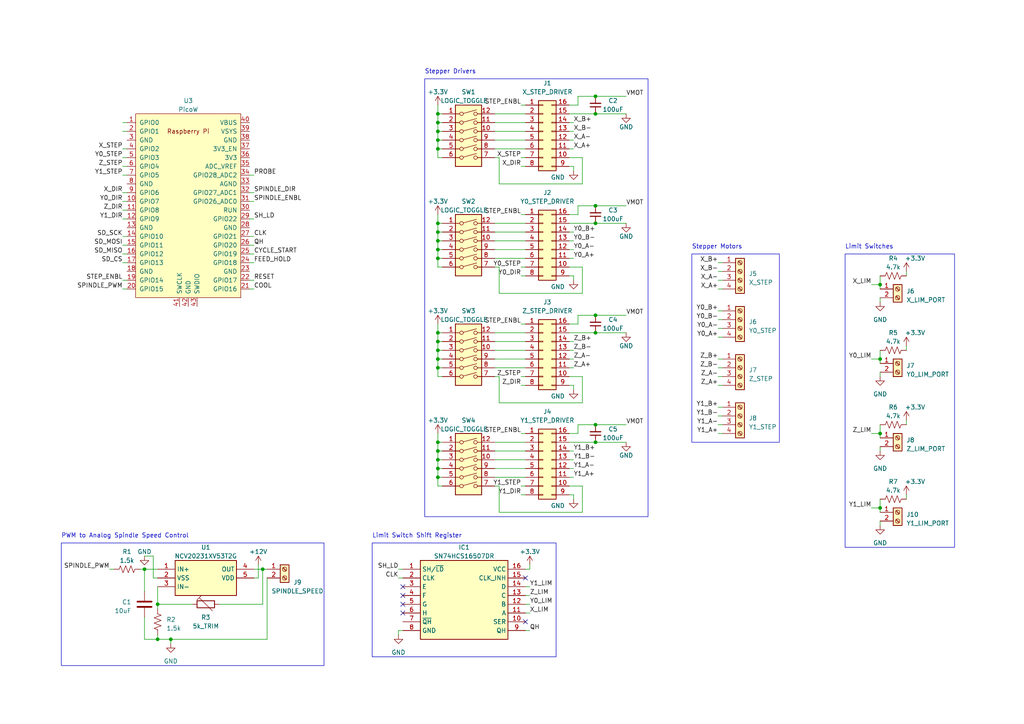
<source format=kicad_sch>
(kicad_sch (version 20230121) (generator eeschema)
  (paper "A4")
  (lib_symbols
    (symbol "+3.3V_1" (power) (pin_names (offset 0))
      (property "Value" "+3.3V_1" (at 0 3.556 0))
      (symbol "+3.3V_1_0_1"
        (polyline (pts (xy -0.762 1.27) (xy 0 2.54)))
        (polyline (pts (xy 0 0) (xy 0 2.54)))
        (polyline (pts (xy 0 2.54) (xy 0.762 1.27)))
      )
      (symbol "+3.3V_1_1_1"
        (pin power_in line (at 0 0 90) (length 0) hide (name "+3.3V") (number "1"))
      )
    )
    (symbol "Connector:Screw_Terminal_01x02" (pin_names (offset 1.016) hide)
      (property "Reference" "J" (at 0 2.54 0))
      (property "Value" "Screw_Terminal_01x02" (at 0 -5.08 0))
      (symbol "Screw_Terminal_01x02_1_1"
        (rectangle (start -1.27 1.27) (end 1.27 -3.81) (stroke (width 0.254)) (fill (type background)))
        (circle (center 0 -2.54) (radius 0.635) (stroke (width 0.1524)))
        (polyline (pts (xy -0.5334 -2.2098) (xy 0.3302 -3.048)) (stroke (width 0.1524)))
        (polyline (pts (xy -0.5334 0.3302) (xy 0.3302 -0.508)) (stroke (width 0.1524)))
        (polyline (pts (xy -0.3556 -2.032) (xy 0.508 -2.8702)) (stroke (width 0.1524)))
        (polyline (pts (xy -0.3556 0.508) (xy 0.508 -0.3302)) (stroke (width 0.1524)))
        (circle (center 0 0) (radius 0.635) (stroke (width 0.1524)))
        (pin passive line (at -5.08 0 0) (length 3.81) (name "Pin_1") (number "1"))
        (pin passive line (at -5.08 -2.54 0) (length 3.81) (name "Pin_2") (number "2"))
      )
    )
    (symbol "Connector:Screw_Terminal_01x04" (pin_names (offset 1.016) hide)
      (property "Reference" "J" (at 0 5.08 0))
      (property "Value" "Screw_Terminal_01x04" (at 0 -7.62 0))
      (symbol "Screw_Terminal_01x04_1_1"
        (rectangle (start -1.27 3.81) (end 1.27 -6.35) (stroke (width 0.254)) (fill (type background)))
        (circle (center 0 -5.08) (radius 0.635) (stroke (width 0.1524)))
        (circle (center 0 -2.54) (radius 0.635) (stroke (width 0.1524)))
        (polyline (pts (xy -0.5334 -4.7498) (xy 0.3302 -5.588)) (stroke (width 0.1524)))
        (polyline (pts (xy -0.5334 -2.2098) (xy 0.3302 -3.048)) (stroke (width 0.1524)))
        (polyline (pts (xy -0.5334 0.3302) (xy 0.3302 -0.508)) (stroke (width 0.1524)))
        (polyline (pts (xy -0.5334 2.8702) (xy 0.3302 2.032)) (stroke (width 0.1524)))
        (polyline (pts (xy -0.3556 -4.572) (xy 0.508 -5.4102)) (stroke (width 0.1524)))
        (polyline (pts (xy -0.3556 -2.032) (xy 0.508 -2.8702)) (stroke (width 0.1524)))
        (polyline (pts (xy -0.3556 0.508) (xy 0.508 -0.3302)) (stroke (width 0.1524)))
        (polyline (pts (xy -0.3556 3.048) (xy 0.508 2.2098)) (stroke (width 0.1524)))
        (circle (center 0 0) (radius 0.635) (stroke (width 0.1524)))
        (circle (center 0 2.54) (radius 0.635) (stroke (width 0.1524)))
        (pin passive line (at -5.08 2.54 0) (length 3.81) (name "Pin_1") (number "1"))
        (pin passive line (at -5.08 0 0) (length 3.81) (name "Pin_2") (number "2"))
        (pin passive line (at -5.08 -2.54 0) (length 3.81) (name "Pin_3") (number "3"))
        (pin passive line (at -5.08 -5.08 0) (length 3.81) (name "Pin_4") (number "4"))
      )
    )
    (symbol "Connector_Generic:Conn_02x08_Counter_Clockwise" (pin_names (offset 1.016) hide)
      (property "Reference" "J" (at 1.27 10.16 0))
      (property "Value" "Conn_02x08_Counter_Clockwise" (at 1.27 -12.7 0))
      (symbol "Conn_02x08_Counter_Clockwise_1_1"
        (rectangle (start -1.27 -10.033) (end 0 -10.287) (stroke (width 0.1524)))
        (rectangle (start -1.27 -7.493) (end 0 -7.747) (stroke (width 0.1524)))
        (rectangle (start -1.27 -4.953) (end 0 -5.207) (stroke (width 0.1524)))
        (rectangle (start -1.27 -2.413) (end 0 -2.667) (stroke (width 0.1524)))
        (rectangle (start -1.27 0.127) (end 0 -0.127) (stroke (width 0.1524)))
        (rectangle (start -1.27 2.667) (end 0 2.413) (stroke (width 0.1524)))
        (rectangle (start -1.27 5.207) (end 0 4.953) (stroke (width 0.1524)))
        (rectangle (start -1.27 7.747) (end 0 7.493) (stroke (width 0.1524)))
        (rectangle (start -1.27 8.89) (end 3.81 -11.43) (stroke (width 0.254)) (fill (type background)))
        (rectangle (start 3.81 -10.033) (end 2.54 -10.287) (stroke (width 0.1524)))
        (rectangle (start 3.81 -7.493) (end 2.54 -7.747) (stroke (width 0.1524)))
        (rectangle (start 3.81 -4.953) (end 2.54 -5.207) (stroke (width 0.1524)))
        (rectangle (start 3.81 -2.413) (end 2.54 -2.667) (stroke (width 0.1524)))
        (rectangle (start 3.81 0.127) (end 2.54 -0.127) (stroke (width 0.1524)))
        (rectangle (start 3.81 2.667) (end 2.54 2.413) (stroke (width 0.1524)))
        (rectangle (start 3.81 5.207) (end 2.54 4.953) (stroke (width 0.1524)))
        (rectangle (start 3.81 7.747) (end 2.54 7.493) (stroke (width 0.1524)))
        (pin passive line (at -5.08 7.62 0) (length 3.81) (name "Pin_1") (number "1"))
        (pin passive line (at 7.62 -7.62 180) (length 3.81) (name "Pin_10") (number "10"))
        (pin passive line (at 7.62 -5.08 180) (length 3.81) (name "Pin_11") (number "11"))
        (pin passive line (at 7.62 -2.54 180) (length 3.81) (name "Pin_12") (number "12"))
        (pin passive line (at 7.62 0 180) (length 3.81) (name "Pin_13") (number "13"))
        (pin passive line (at 7.62 2.54 180) (length 3.81) (name "Pin_14") (number "14"))
        (pin passive line (at 7.62 5.08 180) (length 3.81) (name "Pin_15") (number "15"))
        (pin passive line (at 7.62 7.62 180) (length 3.81) (name "Pin_16") (number "16"))
        (pin passive line (at -5.08 5.08 0) (length 3.81) (name "Pin_2") (number "2"))
        (pin passive line (at -5.08 2.54 0) (length 3.81) (name "Pin_3") (number "3"))
        (pin passive line (at -5.08 0 0) (length 3.81) (name "Pin_4") (number "4"))
        (pin passive line (at -5.08 -2.54 0) (length 3.81) (name "Pin_5") (number "5"))
        (pin passive line (at -5.08 -5.08 0) (length 3.81) (name "Pin_6") (number "6"))
        (pin passive line (at -5.08 -7.62 0) (length 3.81) (name "Pin_7") (number "7"))
        (pin passive line (at -5.08 -10.16 0) (length 3.81) (name "Pin_8") (number "8"))
        (pin passive line (at 7.62 -10.16 180) (length 3.81) (name "Pin_9") (number "9"))
      )
    )
    (symbol "Device:C" (pin_numbers hide) (pin_names (offset 0.254))
      (property "Reference" "C" (at 0.635 2.54 0))
      (property "Value" "C" (at 0.635 -2.54 0))
      (symbol "C_0_1"
        (polyline (pts (xy -2.032 -0.762) (xy 2.032 -0.762)) (stroke (width 0.508)))
        (polyline (pts (xy -2.032 0.762) (xy 2.032 0.762)) (stroke (width 0.508)))
      )
      (symbol "C_1_1"
        (pin passive line (at 0 3.81 270) (length 2.794) (name "~") (number "1"))
        (pin passive line (at 0 -3.81 90) (length 2.794) (name "~") (number "2"))
      )
    )
    (symbol "Device:C_Small" (pin_numbers hide) (pin_names (offset 0.254) hide)
      (property "Reference" "C" (at 0.254 1.778 0))
      (property "Value" "C_Small" (at 0.254 -2.032 0))
      (symbol "C_Small_0_1"
        (polyline (pts (xy -1.524 -0.508) (xy 1.524 -0.508)) (stroke (width 0.3302)))
        (polyline (pts (xy -1.524 0.508) (xy 1.524 0.508)) (stroke (width 0.3048)))
      )
      (symbol "C_Small_1_1"
        (pin passive line (at 0 2.54 270) (length 2.032) (name "~") (number "1"))
        (pin passive line (at 0 -2.54 90) (length 2.032) (name "~") (number "2"))
      )
    )
    (symbol "Device:R_Trim" (pin_numbers hide) (pin_names (offset 0))
      (property "Reference" "R" (at 2.54 -2.54 90))
      (property "Value" "R_Trim" (at -2.54 -0.635 90))
      (symbol "R_Trim_0_1"
        (rectangle (start -1.016 -2.54) (end 1.016 2.54) (stroke (width 0.254)))
        (polyline (pts (xy -1.905 -1.905) (xy 1.905 1.905) (xy 2.54 1.27) (xy 1.27 2.54)))
      )
      (symbol "R_Trim_1_1"
        (pin passive line (at 0 3.81 270) (length 1.27) (name "~") (number "1"))
        (pin passive line (at 0 -3.81 90) (length 1.27) (name "~") (number "2"))
      )
    )
    (symbol "Device:R_US" (pin_numbers hide) (pin_names (offset 0))
      (property "Reference" "R" (at 2.54 0 90))
      (property "Value" "R_US" (at -2.54 0 90))
      (symbol "R_US_0_1"
        (polyline (pts (xy 0 -2.286) (xy 0 -2.54)))
        (polyline (pts (xy 0 2.286) (xy 0 2.54)))
        (polyline (pts (xy 0 -0.762) (xy 1.016 -1.143) (xy 0 -1.524) (xy -1.016 -1.905) (xy 0 -2.286)))
        (polyline (pts (xy 0 0.762) (xy 1.016 0.381) (xy 0 0) (xy -1.016 -0.381) (xy 0 -0.762)))
        (polyline (pts (xy 0 2.286) (xy 1.016 1.905) (xy 0 1.524) (xy -1.016 1.143) (xy 0 0.762)))
      )
      (symbol "R_US_1_1"
        (pin passive line (at 0 3.81 270) (length 1.27) (name "~") (number "1"))
        (pin passive line (at 0 -3.81 90) (length 1.27) (name "~") (number "2"))
      )
    )
    (symbol "GND_1" (power) (pin_names (offset 0))
      (property "Value" "GND_1" (at 0 -3.81 0))
      (symbol "GND_1_0_1"
        (polyline (pts (xy 0 0) (xy 0 -1.27) (xy 1.27 -1.27) (xy 0 -2.54) (xy -1.27 -1.27) (xy 0 -1.27)))
      )
      (symbol "GND_1_1_1"
        (pin power_in line (at 0 0 270) (length 0) hide (name "GND") (number "1"))
      )
    )
    (symbol "GND_2" (power) (pin_names (offset 0))
      (property "Value" "GND_2" (at 0 -3.81 0))
      (symbol "GND_2_0_1"
        (polyline (pts (xy 0 0) (xy 0 -1.27) (xy 1.27 -1.27) (xy 0 -2.54) (xy -1.27 -1.27) (xy 0 -1.27)))
      )
      (symbol "GND_2_1_1"
        (pin power_in line (at 0 0 270) (length 0) hide (name "GND") (number "1"))
      )
    )
    (symbol "GND_3" (power) (pin_names (offset 0))
      (property "Value" "GND_3" (at 0 -3.81 0))
      (symbol "GND_3_0_1"
        (polyline (pts (xy 0 0) (xy 0 -1.27) (xy 1.27 -1.27) (xy 0 -2.54) (xy -1.27 -1.27) (xy 0 -1.27)))
      )
      (symbol "GND_3_1_1"
        (pin power_in line (at 0 0 270) (length 0) hide (name "GND") (number "1"))
      )
    )
    (symbol "GND_4" (power) (pin_names (offset 0))
      (property "Value" "GND_4" (at 0 -3.81 0))
      (symbol "GND_4_0_1"
        (polyline (pts (xy 0 0) (xy 0 -1.27) (xy 1.27 -1.27) (xy 0 -2.54) (xy -1.27 -1.27) (xy 0 -1.27)))
      )
      (symbol "GND_4_1_1"
        (pin power_in line (at 0 0 270) (length 0) hide (name "GND") (number "1"))
      )
    )
    (symbol "RPi_Pico:PicoW" (pin_names (offset 1.016))
      (property "Reference" "U" (at -13.97 27.94 0))
      (property "Value" "PicoW" (at 0 19.05 0))
      (symbol "PicoW_0_0"
        (text "Raspberry Pi" (at 0 21.59 0) (effects (font (size 1.27 1.27))))
      )
      (symbol "PicoW_0_1"
        (rectangle (start -15.24 26.67) (end 15.24 -26.67) (fill (type background)))
      )
      (symbol "PicoW_1_1"
        (pin bidirectional line (at -17.78 24.13 0) (length 2.54) (name "GPIO0") (number "1"))
        (pin bidirectional line (at -17.78 1.27 0) (length 2.54) (name "GPIO7") (number "10"))
        (pin bidirectional line (at -17.78 -1.27 0) (length 2.54) (name "GPIO8") (number "11"))
        (pin bidirectional line (at -17.78 -3.81 0) (length 2.54) (name "GPIO9") (number "12"))
        (pin power_in line (at -17.78 -6.35 0) (length 2.54) (name "GND") (number "13"))
        (pin bidirectional line (at -17.78 -8.89 0) (length 2.54) (name "GPIO10") (number "14"))
        (pin bidirectional line (at -17.78 -11.43 0) (length 2.54) (name "GPIO11") (number "15"))
        (pin bidirectional line (at -17.78 -13.97 0) (length 2.54) (name "GPIO12") (number "16"))
        (pin bidirectional line (at -17.78 -16.51 0) (length 2.54) (name "GPIO13") (number "17"))
        (pin power_in line (at -17.78 -19.05 0) (length 2.54) (name "GND") (number "18"))
        (pin bidirectional line (at -17.78 -21.59 0) (length 2.54) (name "GPIO14") (number "19"))
        (pin bidirectional line (at -17.78 21.59 0) (length 2.54) (name "GPIO1") (number "2"))
        (pin bidirectional line (at -17.78 -24.13 0) (length 2.54) (name "GPIO15") (number "20"))
        (pin bidirectional line (at 17.78 -24.13 180) (length 2.54) (name "GPIO16") (number "21"))
        (pin bidirectional line (at 17.78 -21.59 180) (length 2.54) (name "GPIO17") (number "22"))
        (pin power_in line (at 17.78 -19.05 180) (length 2.54) (name "GND") (number "23"))
        (pin bidirectional line (at 17.78 -16.51 180) (length 2.54) (name "GPIO18") (number "24"))
        (pin bidirectional line (at 17.78 -13.97 180) (length 2.54) (name "GPIO19") (number "25"))
        (pin bidirectional line (at 17.78 -11.43 180) (length 2.54) (name "GPIO20") (number "26"))
        (pin bidirectional line (at 17.78 -8.89 180) (length 2.54) (name "GPIO21") (number "27"))
        (pin power_in line (at 17.78 -6.35 180) (length 2.54) (name "GND") (number "28"))
        (pin bidirectional line (at 17.78 -3.81 180) (length 2.54) (name "GPIO22") (number "29"))
        (pin power_in line (at -17.78 19.05 0) (length 2.54) (name "GND") (number "3"))
        (pin input line (at 17.78 -1.27 180) (length 2.54) (name "RUN") (number "30"))
        (pin bidirectional line (at 17.78 1.27 180) (length 2.54) (name "GPIO26_ADC0") (number "31"))
        (pin bidirectional line (at 17.78 3.81 180) (length 2.54) (name "GPIO27_ADC1") (number "32"))
        (pin power_in line (at 17.78 6.35 180) (length 2.54) (name "AGND") (number "33"))
        (pin bidirectional line (at 17.78 8.89 180) (length 2.54) (name "GPIO28_ADC2") (number "34"))
        (pin unspecified line (at 17.78 11.43 180) (length 2.54) (name "ADC_VREF") (number "35"))
        (pin unspecified line (at 17.78 13.97 180) (length 2.54) (name "3V3") (number "36"))
        (pin input line (at 17.78 16.51 180) (length 2.54) (name "3V3_EN") (number "37"))
        (pin bidirectional line (at 17.78 19.05 180) (length 2.54) (name "GND") (number "38"))
        (pin unspecified line (at 17.78 21.59 180) (length 2.54) (name "VSYS") (number "39"))
        (pin bidirectional line (at -17.78 16.51 0) (length 2.54) (name "GPIO2") (number "4"))
        (pin unspecified line (at 17.78 24.13 180) (length 2.54) (name "VBUS") (number "40"))
        (pin input line (at -2.54 -29.21 90) (length 2.54) (name "SWCLK") (number "41"))
        (pin power_in line (at 0 -29.21 90) (length 2.54) (name "GND") (number "42"))
        (pin bidirectional line (at 2.54 -29.21 90) (length 2.54) (name "SWDIO") (number "43"))
        (pin bidirectional line (at -17.78 13.97 0) (length 2.54) (name "GPIO3") (number "5"))
        (pin bidirectional line (at -17.78 11.43 0) (length 2.54) (name "GPIO4") (number "6"))
        (pin bidirectional line (at -17.78 8.89 0) (length 2.54) (name "GPIO5") (number "7"))
        (pin power_in line (at -17.78 6.35 0) (length 2.54) (name "GND") (number "8"))
        (pin bidirectional line (at -17.78 3.81 0) (length 2.54) (name "GPIO6") (number "9"))
      )
    )
    (symbol "SamacSys_Parts:NCV20231XV53T2G"
      (property "Reference" "U1" (at 13.97 6.35 0))
      (property "Value" "NCV20231XV53T2G" (at 13.97 3.81 0))
      (symbol "NCV20231XV53T2G_1_1"
        (rectangle (start 5.08 2.54) (end 22.86 -7.62) (stroke (width 0.254)) (fill (type background)))
        (pin passive line (at 0 0 0) (length 5.08) (name "IN+") (number "1"))
        (pin passive line (at 0 -2.54 0) (length 5.08) (name "VSS") (number "2"))
        (pin passive line (at 0 -5.08 0) (length 5.08) (name "IN-") (number "3"))
        (pin passive line (at 27.94 0 180) (length 5.08) (name "OUT") (number "4"))
        (pin passive line (at 27.94 -2.54 180) (length 5.08) (name "VDD") (number "5"))
      )
    )
    (symbol "SamacSys_Parts:SN74HCS16507DR"
      (property "Reference" "IC" (at 31.75 7.62 0))
      (property "Value" "SN74HCS16507DR" (at 31.75 5.08 0))
      (symbol "SN74HCS16507DR_1_1"
        (rectangle (start 5.08 2.54) (end 30.48 -20.32) (stroke (width 0.254)) (fill (type background)))
        (pin passive line (at 0 0 0) (length 5.08) (name "SH/~{LD}") (number "1"))
        (pin passive line (at 35.56 -15.24 180) (length 5.08) (name "SER") (number "10"))
        (pin passive line (at 35.56 -12.7 180) (length 5.08) (name "A") (number "11"))
        (pin passive line (at 35.56 -10.16 180) (length 5.08) (name "B") (number "12"))
        (pin passive line (at 35.56 -7.62 180) (length 5.08) (name "C") (number "13"))
        (pin passive line (at 35.56 -5.08 180) (length 5.08) (name "D") (number "14"))
        (pin passive line (at 35.56 -2.54 180) (length 5.08) (name "CLK_INH") (number "15"))
        (pin passive line (at 35.56 0 180) (length 5.08) (name "VCC") (number "16"))
        (pin passive line (at 0 -2.54 0) (length 5.08) (name "CLK") (number "2"))
        (pin passive line (at 0 -5.08 0) (length 5.08) (name "E") (number "3"))
        (pin passive line (at 0 -7.62 0) (length 5.08) (name "F") (number "4"))
        (pin passive line (at 0 -10.16 0) (length 5.08) (name "G") (number "5"))
        (pin passive line (at 0 -12.7 0) (length 5.08) (name "H") (number "6"))
        (pin passive line (at 0 -15.24 0) (length 5.08) (name "~{QH}") (number "7"))
        (pin passive line (at 0 -17.78 0) (length 5.08) (name "GND") (number "8"))
        (pin passive line (at 35.56 -17.78 180) (length 5.08) (name "QH") (number "9"))
      )
    )
    (symbol "Switch:SW_DIP_x06" (pin_names (offset 0) hide)
      (property "Reference" "SW" (at 0 11.43 0))
      (property "Value" "SW_DIP_x06" (at 0 -8.89 0))
      (symbol "SW_DIP_x06_0_0"
        (circle (center -2.032 -5.08) (radius 0.508))
        (circle (center -2.032 -2.54) (radius 0.508))
        (circle (center -2.032 0) (radius 0.508))
        (circle (center -2.032 2.54) (radius 0.508))
        (circle (center -2.032 5.08) (radius 0.508))
        (circle (center -2.032 7.62) (radius 0.508))
        (polyline (pts (xy -1.524 -4.9276) (xy 2.3622 -3.8862)))
        (polyline (pts (xy -1.524 -2.3876) (xy 2.3622 -1.3462)))
        (polyline (pts (xy -1.524 0.127) (xy 2.3622 1.1684)))
        (polyline (pts (xy -1.524 2.667) (xy 2.3622 3.7084)))
        (polyline (pts (xy -1.524 5.207) (xy 2.3622 6.2484)))
        (polyline (pts (xy -1.524 7.747) (xy 2.3622 8.7884)))
        (circle (center 2.032 -5.08) (radius 0.508))
        (circle (center 2.032 -2.54) (radius 0.508))
        (circle (center 2.032 0) (radius 0.508))
        (circle (center 2.032 2.54) (radius 0.508))
        (circle (center 2.032 5.08) (radius 0.508))
        (circle (center 2.032 7.62) (radius 0.508))
      )
      (symbol "SW_DIP_x06_0_1"
        (rectangle (start -3.81 10.16) (end 3.81 -7.62) (stroke (width 0.254)) (fill (type background)))
      )
      (symbol "SW_DIP_x06_1_1"
        (pin passive line (at -7.62 7.62 0) (length 5.08) (name "~") (number "1"))
        (pin passive line (at 7.62 2.54 180) (length 5.08) (name "~") (number "10"))
        (pin passive line (at 7.62 5.08 180) (length 5.08) (name "~") (number "11"))
        (pin passive line (at 7.62 7.62 180) (length 5.08) (name "~") (number "12"))
        (pin passive line (at -7.62 5.08 0) (length 5.08) (name "~") (number "2"))
        (pin passive line (at -7.62 2.54 0) (length 5.08) (name "~") (number "3"))
        (pin passive line (at -7.62 0 0) (length 5.08) (name "~") (number "4"))
        (pin passive line (at -7.62 -2.54 0) (length 5.08) (name "~") (number "5"))
        (pin passive line (at -7.62 -5.08 0) (length 5.08) (name "~") (number "6"))
        (pin passive line (at 7.62 -5.08 180) (length 5.08) (name "~") (number "7"))
        (pin passive line (at 7.62 -2.54 180) (length 5.08) (name "~") (number "8"))
        (pin passive line (at 7.62 0 180) (length 5.08) (name "~") (number "9"))
      )
    )
    (symbol "power:+12V" (power) (pin_names (offset 0))
      (property "Value" "+12V" (at 0 3.556 0))
      (symbol "+12V_0_1"
        (polyline (pts (xy -0.762 1.27) (xy 0 2.54)))
        (polyline (pts (xy 0 0) (xy 0 2.54)))
        (polyline (pts (xy 0 2.54) (xy 0.762 1.27)))
      )
      (symbol "+12V_1_1"
        (pin power_in line (at 0 0 90) (length 0) hide (name "+12V") (number "1"))
      )
    )
    (symbol "power:+3.3V" (power) (pin_names (offset 0))
      (property "Value" "+3.3V" (at 0 3.556 0))
      (symbol "+3.3V_0_1"
        (polyline (pts (xy -0.762 1.27) (xy 0 2.54)))
        (polyline (pts (xy 0 0) (xy 0 2.54)))
        (polyline (pts (xy 0 2.54) (xy 0.762 1.27)))
      )
      (symbol "+3.3V_1_1"
        (pin power_in line (at 0 0 90) (length 0) hide (name "+3.3V") (number "1"))
      )
    )
    (symbol "power:GND" (power) (pin_names (offset 0))
      (property "Value" "GND" (at 0 -3.81 0))
      (symbol "GND_0_1"
        (polyline (pts (xy 0 0) (xy 0 -1.27) (xy 1.27 -1.27) (xy 0 -2.54) (xy -1.27 -1.27) (xy 0 -1.27)))
      )
      (symbol "GND_1_1"
        (pin power_in line (at 0 0 270) (length 0) hide (name "GND") (number "1"))
      )
    )
  )
  (junction (at 127 72.39))
  (junction (at 127 106.68))
  (junction (at 255.27 147.32))
  (junction (at 127 99.06))
  (junction (at 172.72 33.02))
  (junction (at 255.27 125.73))
  (junction (at 127 35.56))
  (junction (at 172.72 59.69))
  (junction (at 127 138.43))
  (junction (at 76.2 165.1))
  (junction (at 255.27 104.14))
  (junction (at 127 101.6))
  (junction (at 127 133.35))
  (junction (at 45.72 175.26))
  (junction (at 127 74.93))
  (junction (at 172.72 96.52))
  (junction (at 172.72 64.77))
  (junction (at 172.72 128.27))
  (junction (at 45.72 185.42))
  (junction (at 127 38.1))
  (junction (at 172.72 27.94))
  (junction (at 49.53 185.42))
  (junction (at 41.91 165.1))
  (junction (at 127 64.77))
  (junction (at 127 33.02))
  (junction (at 127 67.31))
  (junction (at 172.72 123.19))
  (junction (at 127 130.81))
  (junction (at 127 128.27))
  (junction (at 127 135.89))
  (junction (at 172.72 91.44))
  (junction (at 127 104.14))
  (junction (at 255.27 82.55))
  (junction (at 127 96.52))
  (junction (at 127 69.85))
  (junction (at 127 40.64))
  (junction (at 127 43.18))
  (no_connect (at 116.84 177.8))
  (no_connect (at 116.84 172.72))
  (no_connect (at 152.4 180.34))
  (no_connect (at 116.84 175.26))
  (no_connect (at 152.4 167.64))
  (no_connect (at 116.84 170.18))
  (wire (pts (xy 262.89 121.92) (xy 262.89 123.19)))
  (wire (pts (xy 167.64 30.48) (xy 165.1 30.48)))
  (wire (pts (xy 143.51 138.43) (xy 152.4 138.43)))
  (wire (pts (xy 167.64 27.94) (xy 167.64 30.48)))
  (wire (pts (xy 63.5 175.26) (xy 76.2 175.26)))
  (wire (pts (xy 208.28 118.11) (xy 209.55 118.11)))
  (wire (pts (xy 127 133.35) (xy 127 135.89)))
  (wire (pts (xy 144.78 109.22) (xy 144.78 116.84)))
  (wire (pts (xy 35.56 38.1) (xy 36.83 38.1)))
  (wire (pts (xy 73.66 76.2) (xy 72.39 76.2)))
  (wire (pts (xy 208.28 95.25) (xy 209.55 95.25)))
  (wire (pts (xy 35.56 60.96) (xy 36.83 60.96)))
  (wire (pts (xy 127 35.56) (xy 128.27 35.56)))
  (wire (pts (xy 166.37 143.51) (xy 166.37 144.78)))
  (wire (pts (xy 208.28 97.79) (xy 209.55 97.79)))
  (wire (pts (xy 165.1 33.02) (xy 172.72 33.02)))
  (wire (pts (xy 166.37 106.68) (xy 165.1 106.68)))
  (wire (pts (xy 41.91 185.42) (xy 45.72 185.42)))
  (wire (pts (xy 167.64 123.19) (xy 167.64 125.73)))
  (wire (pts (xy 252.73 104.14) (xy 255.27 104.14)))
  (wire (pts (xy 127 125.73) (xy 127 128.27)))
  (wire (pts (xy 208.28 106.68) (xy 209.55 106.68)))
  (wire (pts (xy 127 101.6) (xy 128.27 101.6)))
  (wire (pts (xy 166.37 135.89) (xy 165.1 135.89)))
  (wire (pts (xy 35.56 71.12) (xy 36.83 71.12)))
  (wire (pts (xy 151.13 45.72) (xy 152.4 45.72)))
  (wire (pts (xy 166.37 133.35) (xy 165.1 133.35)))
  (wire (pts (xy 127 74.93) (xy 128.27 74.93)))
  (wire (pts (xy 153.67 175.26) (xy 152.4 175.26)))
  (wire (pts (xy 143.51 101.6) (xy 152.4 101.6)))
  (wire (pts (xy 41.91 179.07) (xy 41.91 185.42)))
  (wire (pts (xy 255.27 107.95) (xy 255.27 109.22)))
  (wire (pts (xy 143.51 140.97) (xy 144.78 140.97)))
  (wire (pts (xy 143.51 128.27) (xy 152.4 128.27)))
  (wire (pts (xy 208.28 120.65) (xy 209.55 120.65)))
  (wire (pts (xy 143.51 67.31) (xy 152.4 67.31)))
  (wire (pts (xy 166.37 35.56) (xy 165.1 35.56)))
  (wire (pts (xy 172.72 64.77) (xy 181.61 64.77)))
  (wire (pts (xy 166.37 104.14) (xy 165.1 104.14)))
  (wire (pts (xy 181.61 27.94) (xy 172.72 27.94)))
  (wire (pts (xy 127 77.47) (xy 128.27 77.47)))
  (wire (pts (xy 127 138.43) (xy 127 140.97)))
  (wire (pts (xy 143.51 96.52) (xy 152.4 96.52)))
  (wire (pts (xy 73.66 68.58) (xy 72.39 68.58)))
  (wire (pts (xy 208.28 111.76) (xy 209.55 111.76)))
  (wire (pts (xy 35.56 58.42) (xy 36.83 58.42)))
  (wire (pts (xy 252.73 82.55) (xy 255.27 82.55)))
  (wire (pts (xy 115.57 165.1) (xy 116.84 165.1)))
  (wire (pts (xy 151.13 48.26) (xy 152.4 48.26)))
  (wire (pts (xy 252.73 147.32) (xy 255.27 147.32)))
  (wire (pts (xy 208.28 76.2) (xy 209.55 76.2)))
  (wire (pts (xy 255.27 80.01) (xy 255.27 82.55)))
  (wire (pts (xy 45.72 175.26) (xy 55.88 175.26)))
  (wire (pts (xy 151.13 77.47) (xy 152.4 77.47)))
  (wire (pts (xy 165.1 128.27) (xy 172.72 128.27)))
  (wire (pts (xy 172.72 33.02) (xy 181.61 33.02)))
  (wire (pts (xy 208.28 123.19) (xy 209.55 123.19)))
  (wire (pts (xy 127 62.23) (xy 127 64.77)))
  (wire (pts (xy 73.66 58.42) (xy 72.39 58.42)))
  (wire (pts (xy 45.72 185.42) (xy 49.53 185.42)))
  (wire (pts (xy 127 130.81) (xy 127 133.35)))
  (wire (pts (xy 143.51 130.81) (xy 152.4 130.81)))
  (wire (pts (xy 143.51 133.35) (xy 152.4 133.35)))
  (wire (pts (xy 167.64 125.73) (xy 165.1 125.73)))
  (wire (pts (xy 127 64.77) (xy 127 67.31)))
  (wire (pts (xy 35.56 63.5) (xy 36.83 63.5)))
  (wire (pts (xy 49.53 185.42) (xy 49.53 186.69)))
  (wire (pts (xy 151.13 143.51) (xy 152.4 143.51)))
  (wire (pts (xy 153.67 165.1) (xy 152.4 165.1)))
  (wire (pts (xy 208.28 78.74) (xy 209.55 78.74)))
  (wire (pts (xy 168.91 148.59) (xy 168.91 140.97)))
  (wire (pts (xy 127 128.27) (xy 128.27 128.27)))
  (wire (pts (xy 41.91 161.29) (xy 44.45 161.29)))
  (wire (pts (xy 127 38.1) (xy 128.27 38.1)))
  (wire (pts (xy 73.66 50.8) (xy 72.39 50.8)))
  (wire (pts (xy 167.64 91.44) (xy 167.64 93.98)))
  (wire (pts (xy 262.89 78.74) (xy 262.89 80.01)))
  (wire (pts (xy 73.66 81.28) (xy 72.39 81.28)))
  (wire (pts (xy 143.51 109.22) (xy 144.78 109.22)))
  (wire (pts (xy 143.51 135.89) (xy 152.4 135.89)))
  (wire (pts (xy 166.37 101.6) (xy 165.1 101.6)))
  (wire (pts (xy 167.64 123.19) (xy 172.72 123.19)))
  (wire (pts (xy 255.27 82.55) (xy 255.27 83.82)))
  (wire (pts (xy 143.51 38.1) (xy 152.4 38.1)))
  (wire (pts (xy 127 106.68) (xy 127 109.22)))
  (wire (pts (xy 44.45 167.64) (xy 45.72 167.64)))
  (wire (pts (xy 127 43.18) (xy 128.27 43.18)))
  (wire (pts (xy 35.56 43.18) (xy 36.83 43.18)))
  (wire (pts (xy 208.28 92.71) (xy 209.55 92.71)))
  (wire (pts (xy 127 69.85) (xy 128.27 69.85)))
  (wire (pts (xy 166.37 130.81) (xy 165.1 130.81)))
  (wire (pts (xy 143.51 40.64) (xy 152.4 40.64)))
  (wire (pts (xy 127 38.1) (xy 127 40.64)))
  (wire (pts (xy 262.89 100.33) (xy 262.89 101.6)))
  (wire (pts (xy 127 35.56) (xy 127 38.1)))
  (wire (pts (xy 127 135.89) (xy 127 138.43)))
  (wire (pts (xy 144.78 140.97) (xy 144.78 148.59)))
  (wire (pts (xy 127 96.52) (xy 128.27 96.52)))
  (wire (pts (xy 255.27 129.54) (xy 255.27 130.81)))
  (wire (pts (xy 76.2 165.1) (xy 77.47 165.1)))
  (wire (pts (xy 115.57 182.88) (xy 115.57 184.15)))
  (wire (pts (xy 151.13 80.01) (xy 152.4 80.01)))
  (wire (pts (xy 45.72 170.18) (xy 45.72 175.26)))
  (wire (pts (xy 172.72 96.52) (xy 181.61 96.52)))
  (wire (pts (xy 165.1 96.52) (xy 172.72 96.52)))
  (wire (pts (xy 127 74.93) (xy 127 77.47)))
  (wire (pts (xy 44.45 161.29) (xy 44.45 167.64)))
  (wire (pts (xy 166.37 38.1) (xy 165.1 38.1)))
  (wire (pts (xy 255.27 101.6) (xy 255.27 104.14)))
  (wire (pts (xy 127 106.68) (xy 128.27 106.68)))
  (wire (pts (xy 35.56 68.58) (xy 36.83 68.58)))
  (wire (pts (xy 151.13 111.76) (xy 152.4 111.76)))
  (wire (pts (xy 167.64 91.44) (xy 172.72 91.44)))
  (wire (pts (xy 143.51 64.77) (xy 152.4 64.77)))
  (wire (pts (xy 255.27 86.36) (xy 255.27 87.63)))
  (wire (pts (xy 255.27 147.32) (xy 255.27 148.59)))
  (wire (pts (xy 73.66 55.88) (xy 72.39 55.88)))
  (wire (pts (xy 166.37 111.76) (xy 166.37 113.03)))
  (wire (pts (xy 168.91 45.72) (xy 165.1 45.72)))
  (wire (pts (xy 153.67 177.8) (xy 152.4 177.8)))
  (wire (pts (xy 165.1 143.51) (xy 166.37 143.51)))
  (wire (pts (xy 127 67.31) (xy 128.27 67.31)))
  (wire (pts (xy 166.37 43.18) (xy 165.1 43.18)))
  (wire (pts (xy 35.56 50.8) (xy 36.83 50.8)))
  (wire (pts (xy 115.57 182.88) (xy 116.84 182.88)))
  (wire (pts (xy 40.64 165.1) (xy 41.91 165.1)))
  (wire (pts (xy 166.37 72.39) (xy 165.1 72.39)))
  (wire (pts (xy 181.61 91.44) (xy 172.72 91.44)))
  (wire (pts (xy 208.28 83.82) (xy 209.55 83.82)))
  (wire (pts (xy 127 138.43) (xy 128.27 138.43)))
  (wire (pts (xy 73.66 165.1) (xy 76.2 165.1)))
  (wire (pts (xy 127 67.31) (xy 127 69.85)))
  (wire (pts (xy 166.37 99.06) (xy 165.1 99.06)))
  (wire (pts (xy 73.66 83.82) (xy 72.39 83.82)))
  (wire (pts (xy 49.53 185.42) (xy 77.47 185.42)))
  (wire (pts (xy 127 96.52) (xy 127 99.06)))
  (wire (pts (xy 166.37 74.93) (xy 165.1 74.93)))
  (wire (pts (xy 41.91 165.1) (xy 45.72 165.1)))
  (wire (pts (xy 144.78 45.72) (xy 144.78 53.34)))
  (wire (pts (xy 166.37 67.31) (xy 165.1 67.31)))
  (wire (pts (xy 151.13 125.73) (xy 152.4 125.73)))
  (wire (pts (xy 41.91 165.1) (xy 41.91 171.45)))
  (wire (pts (xy 73.66 73.66) (xy 72.39 73.66)))
  (wire (pts (xy 166.37 80.01) (xy 166.37 81.28)))
  (wire (pts (xy 127 140.97) (xy 128.27 140.97)))
  (wire (pts (xy 172.72 128.27) (xy 181.61 128.27)))
  (wire (pts (xy 165.1 80.01) (xy 166.37 80.01)))
  (wire (pts (xy 35.56 73.66) (xy 36.83 73.66)))
  (wire (pts (xy 127 104.14) (xy 128.27 104.14)))
  (wire (pts (xy 35.56 55.88) (xy 36.83 55.88)))
  (wire (pts (xy 127 33.02) (xy 128.27 33.02)))
  (wire (pts (xy 151.13 109.22) (xy 152.4 109.22)))
  (wire (pts (xy 143.51 104.14) (xy 152.4 104.14)))
  (wire (pts (xy 168.91 53.34) (xy 168.91 45.72)))
  (wire (pts (xy 255.27 123.19) (xy 255.27 125.73)))
  (wire (pts (xy 181.61 123.19) (xy 172.72 123.19)))
  (wire (pts (xy 143.51 33.02) (xy 152.4 33.02)))
  (wire (pts (xy 151.13 140.97) (xy 152.4 140.97)))
  (wire (pts (xy 74.93 163.83) (xy 74.93 167.64)))
  (wire (pts (xy 166.37 138.43) (xy 165.1 138.43)))
  (wire (pts (xy 127 133.35) (xy 128.27 133.35)))
  (wire (pts (xy 77.47 185.42) (xy 77.47 167.64)))
  (wire (pts (xy 144.78 85.09) (xy 168.91 85.09)))
  (wire (pts (xy 208.28 104.14) (xy 209.55 104.14)))
  (wire (pts (xy 166.37 40.64) (xy 165.1 40.64)))
  (wire (pts (xy 73.66 63.5) (xy 72.39 63.5)))
  (wire (pts (xy 165.1 111.76) (xy 166.37 111.76)))
  (wire (pts (xy 127 40.64) (xy 128.27 40.64)))
  (wire (pts (xy 165.1 48.26) (xy 166.37 48.26)))
  (wire (pts (xy 127 72.39) (xy 128.27 72.39)))
  (wire (pts (xy 166.37 69.85) (xy 165.1 69.85)))
  (wire (pts (xy 73.66 71.12) (xy 72.39 71.12)))
  (wire (pts (xy 143.51 45.72) (xy 144.78 45.72)))
  (wire (pts (xy 127 40.64) (xy 127 43.18)))
  (wire (pts (xy 144.78 53.34) (xy 168.91 53.34)))
  (wire (pts (xy 127 93.98) (xy 127 96.52)))
  (wire (pts (xy 31.75 165.1) (xy 33.02 165.1)))
  (wire (pts (xy 127 101.6) (xy 127 104.14)))
  (wire (pts (xy 208.28 125.73) (xy 209.55 125.73)))
  (wire (pts (xy 45.72 175.26) (xy 45.72 176.53)))
  (wire (pts (xy 144.78 148.59) (xy 168.91 148.59)))
  (wire (pts (xy 151.13 93.98) (xy 152.4 93.98)))
  (wire (pts (xy 168.91 85.09) (xy 168.91 77.47)))
  (wire (pts (xy 143.51 72.39) (xy 152.4 72.39)))
  (wire (pts (xy 127 30.48) (xy 127 33.02)))
  (wire (pts (xy 153.67 182.88) (xy 152.4 182.88)))
  (wire (pts (xy 208.28 90.17) (xy 209.55 90.17)))
  (wire (pts (xy 143.51 77.47) (xy 144.78 77.47)))
  (wire (pts (xy 35.56 45.72) (xy 36.83 45.72)))
  (wire (pts (xy 127 64.77) (xy 128.27 64.77)))
  (wire (pts (xy 127 99.06) (xy 128.27 99.06)))
  (wire (pts (xy 127 99.06) (xy 127 101.6)))
  (wire (pts (xy 127 109.22) (xy 128.27 109.22)))
  (wire (pts (xy 76.2 175.26) (xy 76.2 165.1)))
  (wire (pts (xy 167.64 93.98) (xy 165.1 93.98)))
  (wire (pts (xy 127 104.14) (xy 127 106.68)))
  (wire (pts (xy 74.93 167.64) (xy 73.66 167.64)))
  (wire (pts (xy 35.56 81.28) (xy 36.83 81.28)))
  (wire (pts (xy 166.37 48.26) (xy 166.37 49.53)))
  (wire (pts (xy 255.27 125.73) (xy 255.27 127)))
  (wire (pts (xy 167.64 59.69) (xy 167.64 62.23)))
  (wire (pts (xy 252.73 125.73) (xy 255.27 125.73)))
  (wire (pts (xy 165.1 64.77) (xy 172.72 64.77)))
  (wire (pts (xy 167.64 62.23) (xy 165.1 62.23)))
  (wire (pts (xy 127 43.18) (xy 127 45.72)))
  (wire (pts (xy 151.13 62.23) (xy 152.4 62.23)))
  (wire (pts (xy 153.67 163.83) (xy 153.67 165.1)))
  (wire (pts (xy 144.78 116.84) (xy 168.91 116.84)))
  (wire (pts (xy 255.27 144.78) (xy 255.27 147.32)))
  (wire (pts (xy 35.56 76.2) (xy 36.83 76.2)))
  (wire (pts (xy 168.91 116.84) (xy 168.91 109.22)))
  (wire (pts (xy 143.51 74.93) (xy 152.4 74.93)))
  (wire (pts (xy 262.89 143.51) (xy 262.89 144.78)))
  (wire (pts (xy 143.51 43.18) (xy 152.4 43.18)))
  (wire (pts (xy 168.91 109.22) (xy 165.1 109.22)))
  (wire (pts (xy 35.56 35.56) (xy 36.83 35.56)))
  (wire (pts (xy 151.13 30.48) (xy 152.4 30.48)))
  (wire (pts (xy 143.51 35.56) (xy 152.4 35.56)))
  (wire (pts (xy 143.51 69.85) (xy 152.4 69.85)))
  (wire (pts (xy 127 45.72) (xy 128.27 45.72)))
  (wire (pts (xy 153.67 170.18) (xy 152.4 170.18)))
  (wire (pts (xy 168.91 77.47) (xy 165.1 77.47)))
  (wire (pts (xy 35.56 83.82) (xy 36.83 83.82)))
  (wire (pts (xy 255.27 151.13) (xy 255.27 152.4)))
  (wire (pts (xy 167.64 59.69) (xy 172.72 59.69)))
  (wire (pts (xy 208.28 109.22) (xy 209.55 109.22)))
  (wire (pts (xy 115.57 167.64) (xy 116.84 167.64)))
  (wire (pts (xy 127 135.89) (xy 128.27 135.89)))
  (wire (pts (xy 144.78 77.47) (xy 144.78 85.09)))
  (wire (pts (xy 127 69.85) (xy 127 72.39)))
  (wire (pts (xy 167.64 27.94) (xy 172.72 27.94)))
  (wire (pts (xy 143.51 99.06) (xy 152.4 99.06)))
  (wire (pts (xy 45.72 185.42) (xy 45.72 184.15)))
  (wire (pts (xy 127 72.39) (xy 127 74.93)))
  (wire (pts (xy 255.27 104.14) (xy 255.27 105.41)))
  (wire (pts (xy 168.91 140.97) (xy 165.1 140.97)))
  (wire (pts (xy 35.56 48.26) (xy 36.83 48.26)))
  (wire (pts (xy 153.67 172.72) (xy 152.4 172.72)))
  (wire (pts (xy 181.61 59.69) (xy 172.72 59.69)))
  (wire (pts (xy 143.51 106.68) (xy 152.4 106.68)))
  (wire (pts (xy 208.28 81.28) (xy 209.55 81.28)))
  (wire (pts (xy 127 33.02) (xy 127 35.56)))
  (wire (pts (xy 127 128.27) (xy 127 130.81)))
  (wire (pts (xy 127 130.81) (xy 128.27 130.81)))
  (rectangle (start 17.78 157.48) (end 93.98 193.04))
  (rectangle (start 123.19 22.86) (end 187.96 149.86))
  (rectangle (start 245.11 73.66) (end 276.86 158.75))
  (rectangle (start 200.66 73.66) (end 226.06 128.27))
  (rectangle (start 107.95 157.48) (end 161.29 190.5))
  (text "Limit Switch Shift Register" (at 107.95 156.21 0) (effects (font (size 1.27 1.27)) (justify left bottom)))
  (text "Stepper Motors\n" (at 200.66 72.39 0) (effects (font (size 1.27 1.27)) (justify left bottom)))
  (text "PWM to Analog Spindle Speed Control" (at 17.78 156.21 0) (effects (font (size 1.27 1.27)) (justify left bottom)))
  (text "Stepper Drivers" (at 123.19 21.59 0) (effects (font (size 1.27 1.27)) (justify left bottom)))
  (text "Limit Switches" (at 245.11 72.39 0) (effects (font (size 1.27 1.27)) (justify left bottom)))
  (label "RESET" (at 73.66 81.28 0))
  (label "Y1_B-" (at 208.28 120.65 180))
  (label "SH_LD" (at 115.57 165.1 180))
  (label "VMOT" (at 181.61 27.94 0))
  (label "Z_B-" (at 166.37 101.6 0))
  (label "Z_STEP" (at 35.56 48.26 180))
  (label "Y0_B+" (at 208.28 90.17 180))
  (label "X_STEP" (at 35.56 43.18 180))
  (label "Z_B+" (at 166.37 99.06 0))
  (label "Y0_A-" (at 166.37 72.39 0))
  (label "STEP_ENBL" (at 151.13 93.98 180))
  (label "Y1_LIM" (at 153.67 170.18 0))
  (label "X_A-" (at 208.28 81.28 180))
  (label "PROBE" (at 73.66 50.8 0))
  (label "X_STEP" (at 151.13 45.72 180))
  (label "Z_DIR" (at 151.13 111.76 180))
  (label "Y1_DIR" (at 35.56 63.5 180))
  (label "Y0_A+" (at 166.37 74.93 0))
  (label "X_LIM" (at 153.67 177.8 0))
  (label "Y0_A+" (at 208.28 97.79 180))
  (label "Y0_STEP" (at 151.13 77.47 180))
  (label "Z_LIM" (at 153.67 172.72 0))
  (label "X_DIR" (at 35.56 55.88 180))
  (label "Y1_DIR" (at 151.13 143.51 180))
  (label "X_B+" (at 166.37 35.56 0))
  (label "SPINDLE_PWM" (at 35.56 83.82 180))
  (label "Y0_STEP" (at 35.56 45.72 180))
  (label "X_DIR" (at 151.13 48.26 180))
  (label "STEP_ENBL" (at 151.13 30.48 180))
  (label "Y1_A+" (at 208.28 125.73 180))
  (label "Y1_A-" (at 166.37 135.89 0))
  (label "Y1_B-" (at 166.37 133.35 0))
  (label "Y1_A+" (at 166.37 138.43 0))
  (label "X_B-" (at 166.37 38.1 0))
  (label "Z_B-" (at 208.28 106.68 180))
  (label "SD_SCK" (at 35.56 68.58 180))
  (label "CYCLE_START" (at 73.66 73.66 0))
  (label "X_B-" (at 208.28 78.74 180))
  (label "X_LIM" (at 252.73 82.55 180))
  (label "Y1_B+" (at 166.37 130.81 0))
  (label "Z_B+" (at 208.28 104.14 180))
  (label "X_B+" (at 208.28 76.2 180))
  (label "Y0_DIR" (at 35.56 58.42 180))
  (label "VMOT" (at 181.61 91.44 0))
  (label "Y1_STEP" (at 35.56 50.8 180))
  (label "Y0_LIM" (at 252.73 104.14 180))
  (label "STEP_ENBL" (at 151.13 125.73 180))
  (label "SPINDLE_PWM" (at 31.75 165.1 180))
  (label "SD_MISO" (at 35.56 73.66 180))
  (label "Y0_LIM" (at 153.67 175.26 0))
  (label "Y0_B-" (at 166.37 69.85 0))
  (label "Y0_B-" (at 208.28 92.71 180))
  (label "FEED_HOLD" (at 73.66 76.2 0))
  (label "Y0_DIR" (at 151.13 80.01 180))
  (label "Z_A+" (at 166.37 106.68 0))
  (label "Z_A-" (at 166.37 104.14 0))
  (label "SPINDLE_DIR" (at 73.66 55.88 0))
  (label "SH_LD" (at 73.66 63.5 0))
  (label "SPINDLE_ENBL" (at 73.66 58.42 0))
  (label "Y1_B+" (at 208.28 118.11 180))
  (label "Y1_A-" (at 208.28 123.19 180))
  (label "X_A-" (at 166.37 40.64 0))
  (label "CLK" (at 115.57 167.64 180))
  (label "STEP_ENBL" (at 151.13 62.23 180))
  (label "Y0_A-" (at 208.28 95.25 180))
  (label "Y0_B+" (at 166.37 67.31 0))
  (label "VMOT" (at 181.61 59.69 0))
  (label "Z_A+" (at 208.28 111.76 180))
  (label "QH" (at 73.66 71.12 0))
  (label "Z_A-" (at 208.28 109.22 180))
  (label "QH" (at 153.67 182.88 0))
  (label "Y1_LIM" (at 252.73 147.32 180))
  (label "CLK" (at 73.66 68.58 0))
  (label "SD_MOSI" (at 35.56 71.12 180))
  (label "Z_DIR" (at 35.56 60.96 180))
  (label "Z_LIM" (at 252.73 125.73 180))
  (label "Y1_STEP" (at 151.13 140.97 180))
  (label "COOL" (at 73.66 83.82 0))
  (label "X_A+" (at 208.28 83.82 180))
  (label "VMOT" (at 181.61 123.19 0))
  (label "STEP_ENBL" (at 35.56 81.28 180))
  (label "X_A+" (at 166.37 43.18 0))
  (label "SD_CS" (at 35.56 76.2 180))
  (label "Z_STEP" (at 151.13 109.22 180))
  (symbol (lib_id "Device:C_Small") (at 172.72 30.48 180) (unit 1)
    (property "Reference" "C2" (at 177.8 29.21 0))
    (property "Value" "100uF" (at 177.8 31.75 0))
    (property "Footprint" "mainboardlibrary:MAL203859101E3" (effects hide))
  )
  (symbol (lib_id "power:+3.3V") (at 262.89 143.51 0) (unit 1)
    (property "Reference" "#PWR024" (effects hide))
    (property "Value" "+3.3V" (at 265.43 139.7 0))
  )
  (symbol (lib_id "Connector_Generic:Conn_02x08_Counter_Clockwise") (at 157.48 101.6 0) (unit 1)
    (property "Reference" "J3" (at 158.75 87.63 0))
    (property "Value" "Z_STEP_DRIVER" (at 158.75 90.17 0))
    (property "Footprint" "mainboardlibrary:16pinStepperDriverHeader" (effects hide))
  )
  (symbol (lib_id "Device:C_Small") (at 172.72 93.98 180) (unit 1)
    (property "Reference" "C4" (at 177.8 92.71 0))
    (property "Value" "100uF" (at 177.8 95.25 0))
    (property "Footprint" "mainboardlibrary:MAL203859101E3" (effects hide))
  )
  (symbol (lib_id "Connector:Screw_Terminal_01x02") (at 260.35 105.41 0) (unit 1)
    (property "Reference" "J7" (at 262.89 106.045 0) (effects (justify left)))
    (property "Value" "Y0_LIM_PORT" (at 262.89 108.585 0) (effects (justify left)))
    (property "Footprint" "SamacSys_Parts:1190297" (effects hide))
  )
  (symbol (lib_name "+3.3V_1") (lib_id "power:+3.3V") (at 127 62.23 0) (unit 1)
    (property "Reference" "#PWR07" (effects hide))
    (property "Value" "+3.3V" (at 127 58.42 0))
  )
  (symbol (lib_id "Device:R_US") (at 45.72 180.34 0) (unit 1)
    (property "Reference" "R2" (at 48.26 179.705 0) (effects (justify left)))
    (property "Value" "1.5k" (at 48.26 182.245 0) (effects (justify left)))
    (property "Footprint" "SamacSys_Parts:RESC6432X65N" (effects hide))
  )
  (symbol (lib_id "power:GND") (at 255.27 152.4 0) (unit 1)
    (property "Reference" "#PWR022" (effects hide))
    (property "Value" "GND" (at 255.27 157.48 0))
  )
  (symbol (lib_id "Device:C_Small") (at 172.72 62.23 180) (unit 1)
    (property "Reference" "C3" (at 177.8 60.96 0))
    (property "Value" "100uF" (at 177.8 63.5 0))
    (property "Footprint" "mainboardlibrary:MAL203859101E3" (effects hide))
  )
  (symbol (lib_id "Switch:SW_DIP_x06") (at 135.89 72.39 0) (unit 1)
    (property "Reference" "SW2" (at 135.89 58.42 0))
    (property "Value" "LOGIC_TOGGLE" (at 134.62 60.96 0))
    (property "Footprint" "mainboardlibrary:CFS-0600TB" (effects hide))
    (property "Datasheet" "https://www.mouser.com/datasheet/2/972/cfs-1628139.pdf" (effects hide))
  )
  (symbol (lib_id "SamacSys_Parts:NCV20231XV53T2G") (at 45.72 165.1 0) (unit 1)
    (property "Reference" "U1" (at 59.69 158.75 0))
    (property "Value" "NCV20231XV53T2G" (at 59.69 161.29 0))
    (property "Footprint" "SOTFL50P160X60-5N" (effects hide))
    (property "Datasheet" "https://www.onsemi.com/download/data-sheet/pdf/ncs20231-d.pdf" (effects hide))
    (property "Height" "0.6" (effects hide))
    (property "Mouser Part Number" "863-NCV20231XV53T2G" (effects hide))
    (property "Mouser Price/Stock" "https://www.mouser.co.uk/ProductDetail/onsemi/NCV20231XV53T2G?qs=iLbezkQI%252Bsjxmz4NHlgQhw%3D%3D" (effects hide))
    (property "Manufacturer_Name" "onsemi" (effects hide))
    (property "Manufacturer_Part_Number" "NCV20231XV53T2G" (effects hide))
  )
  (symbol (lib_name "GND_3") (lib_id "power:GND") (at 166.37 81.28 0) (unit 1)
    (property "Reference" "#PWR08" (effects hide))
    (property "Value" "GND" (at 163.83 83.185 0) (effects (justify right)))
  )
  (symbol (lib_id "Switch:SW_DIP_x06") (at 135.89 104.14 0) (unit 1)
    (property "Reference" "SW3" (at 135.89 90.17 0))
    (property "Value" "LOGIC_TOGGLE" (at 134.62 92.71 0))
    (property "Footprint" "mainboardlibrary:CFS-0600TB" (effects hide))
    (property "Datasheet" "https://www.mouser.com/datasheet/2/972/cfs-1628139.pdf" (effects hide))
  )
  (symbol (lib_name "GND_4") (lib_id "power:GND") (at 181.61 33.02 0) (unit 1)
    (property "Reference" "#PWR06" (effects hide))
    (property "Value" "GND" (at 181.61 36.83 0))
  )
  (symbol (lib_id "power:+12V") (at 74.93 163.83 0) (unit 1)
    (property "Reference" "#PWR03" (effects hide))
    (property "Value" "+12V" (at 74.93 160.02 0))
  )
  (symbol (lib_name "+3.3V_1") (lib_id "power:+3.3V") (at 127 93.98 0) (unit 1)
    (property "Reference" "#PWR010" (effects hide))
    (property "Value" "+3.3V" (at 127 90.17 0))
  )
  (symbol (lib_name "GND_2") (lib_id "power:GND") (at 41.91 161.29 0) (unit 1)
    (property "Reference" "#PWR02" (effects hide))
    (property "Value" "GND" (at 41.91 160.02 0))
  )
  (symbol (lib_id "Connector:Screw_Terminal_01x04") (at 214.63 120.65 0) (unit 1)
    (property "Reference" "J8" (at 217.17 121.285 0) (effects (justify left)))
    (property "Value" "Y1_STEP" (at 217.17 123.825 0) (effects (justify left)))
    (property "Footprint" "mainboardlibrary:1190299" (effects hide))
  )
  (symbol (lib_id "power:+3.3V") (at 262.89 100.33 0) (unit 1)
    (property "Reference" "#PWR020" (effects hide))
    (property "Value" "+3.3V" (at 265.43 96.52 0))
  )
  (symbol (lib_id "Connector:Screw_Terminal_01x02") (at 260.35 148.59 0) (unit 1)
    (property "Reference" "J10" (at 262.89 149.225 0) (effects (justify left)))
    (property "Value" "Y1_LIM_PORT" (at 262.89 151.765 0) (effects (justify left)))
    (property "Footprint" "SamacSys_Parts:1190297" (effects hide))
  )
  (symbol (lib_id "Device:R_US") (at 259.08 101.6 270) (unit 1)
    (property "Reference" "R5" (at 259.08 96.52 90))
    (property "Value" "4.7k" (at 259.08 99.06 90))
    (property "Footprint" "SamacSys_Parts:RESC6432X65N" (effects hide))
  )
  (symbol (lib_id "Connector:Screw_Terminal_01x02") (at 260.35 127 0) (unit 1)
    (property "Reference" "J8" (at 262.89 127.635 0) (effects (justify left)))
    (property "Value" "Z_LIM_PORT" (at 262.89 130.175 0) (effects (justify left)))
    (property "Footprint" "SamacSys_Parts:1190297" (effects hide))
  )
  (symbol (lib_id "Switch:SW_DIP_x06") (at 135.89 135.89 0) (unit 1)
    (property "Reference" "SW4" (at 135.89 121.92 0))
    (property "Value" "LOGIC_TOGGLE" (at 134.62 124.46 0))
    (property "Footprint" "mainboardlibrary:CFS-0600TB" (effects hide))
    (property "Datasheet" "https://www.mouser.com/datasheet/2/972/cfs-1628139.pdf" (effects hide))
  )
  (symbol (lib_id "Connector_Generic:Conn_02x08_Counter_Clockwise") (at 157.48 38.1 0) (unit 1)
    (property "Reference" "J1" (at 158.75 24.13 0))
    (property "Value" "X_STEP_DRIVER" (at 158.75 26.67 0))
    (property "Footprint" "mainboardlibrary:16pinStepperDriverHeader" (effects hide))
  )
  (symbol (lib_id "Connector:Screw_Terminal_01x02") (at 260.35 83.82 0) (unit 1)
    (property "Reference" "J6" (at 262.89 84.455 0) (effects (justify left)))
    (property "Value" "X_LIM_PORT" (at 262.89 86.995 0) (effects (justify left)))
    (property "Footprint" "SamacSys_Parts:1190297" (effects hide))
  )
  (symbol (lib_id "power:+3.3V") (at 262.89 121.92 0) (unit 1)
    (property "Reference" "#PWR023" (effects hide))
    (property "Value" "+3.3V" (at 265.43 118.11 0))
  )
  (symbol (lib_id "Device:R_US") (at 36.83 165.1 90) (unit 1)
    (property "Reference" "R1" (at 36.83 160.02 90))
    (property "Value" "1.5k" (at 36.83 162.56 90))
    (property "Footprint" "SamacSys_Parts:RESC6432X65N" (effects hide))
  )
  (symbol (lib_id "Connector:Screw_Terminal_01x02") (at 82.55 165.1 0) (unit 1)
    (property "Reference" "J9" (at 85.09 168.91 0) (effects (justify left)))
    (property "Value" "SPINDLE_SPEED" (at 78.74 171.45 0) (effects (justify left)))
    (property "Footprint" "SamacSys_Parts:1190297" (effects hide))
  )
  (symbol (lib_name "+3.3V_1") (lib_id "power:+3.3V") (at 127 30.48 0) (unit 1)
    (property "Reference" "#PWR04" (effects hide))
    (property "Value" "+3.3V" (at 127 26.67 0))
  )
  (symbol (lib_id "power:GND") (at 255.27 130.81 0) (unit 1)
    (property "Reference" "#PWR021" (effects hide))
    (property "Value" "GND" (at 255.27 135.89 0))
  )
  (symbol (lib_name "GND_3") (lib_id "power:GND") (at 166.37 49.53 0) (unit 1)
    (property "Reference" "#PWR05" (effects hide))
    (property "Value" "GND" (at 163.83 51.435 0) (effects (justify right)))
  )
  (symbol (lib_id "Device:C_Small") (at 172.72 125.73 180) (unit 1)
    (property "Reference" "C5" (at 177.8 124.46 0))
    (property "Value" "100uF" (at 177.8 127 0))
    (property "Footprint" "mainboardlibrary:MAL203859101E3" (effects hide))
  )
  (symbol (lib_id "Connector_Generic:Conn_02x08_Counter_Clockwise") (at 157.48 133.35 0) (unit 1)
    (property "Reference" "J4" (at 158.75 119.38 0))
    (property "Value" "Y1_STEP_DRIVER" (at 158.75 121.92 0))
    (property "Footprint" "mainboardlibrary:16pinStepperDriverHeader" (effects hide))
  )
  (symbol (lib_name "GND_4") (lib_id "power:GND") (at 181.61 96.52 0) (unit 1)
    (property "Reference" "#PWR014" (effects hide))
    (property "Value" "GND" (at 181.61 100.33 0))
  )
  (symbol (lib_id "Connector:Screw_Terminal_01x04") (at 214.63 106.68 0) (unit 1)
    (property "Reference" "J7" (at 217.17 107.315 0) (effects (justify left)))
    (property "Value" "Z_STEP" (at 217.17 109.855 0) (effects (justify left)))
    (property "Footprint" "mainboardlibrary:1190299" (effects hide))
  )
  (symbol (lib_name "GND_3") (lib_id "power:GND") (at 166.37 144.78 0) (unit 1)
    (property "Reference" "#PWR013" (effects hide))
    (property "Value" "GND" (at 163.83 146.685 0) (effects (justify right)))
  )
  (symbol (lib_name "+3.3V_1") (lib_id "power:+3.3V") (at 127 125.73 0) (unit 1)
    (property "Reference" "#PWR011" (effects hide))
    (property "Value" "+3.3V" (at 127 121.92 0))
  )
  (symbol (lib_id "Switch:SW_DIP_x06") (at 135.89 40.64 0) (unit 1)
    (property "Reference" "SW1" (at 135.89 26.67 0))
    (property "Value" "LOGIC_TOGGLE" (at 134.62 29.21 0))
    (property "Footprint" "mainboardlibrary:CFS-0600TB" (effects hide))
    (property "Datasheet" "https://www.mouser.com/datasheet/2/972/cfs-1628139.pdf" (effects hide))
  )
  (symbol (lib_id "RPi_Pico:PicoW") (at 54.61 59.69 0) (unit 1)
    (property "Reference" "U3" (at 54.61 29.21 0))
    (property "Value" "PicoW" (at 54.61 31.75 0))
    (property "Footprint" "RPi_PicoW:RPi_Pico_SMD_TH" (effects hide))
  )
  (symbol (lib_id "Connector:Screw_Terminal_01x04") (at 214.63 92.71 0) (unit 1)
    (property "Reference" "J6" (at 217.17 93.345 0) (effects (justify left)))
    (property "Value" "Y0_STEP" (at 217.17 95.885 0) (effects (justify left)))
    (property "Footprint" "mainboardlibrary:1190299" (effects hide))
  )
  (symbol (lib_id "power:+3.3V") (at 153.67 163.83 0) (unit 1)
    (property "Reference" "#PWR018" (effects hide))
    (property "Value" "+3.3V" (at 153.67 160.02 0))
  )
  (symbol (lib_name "GND_4") (lib_id "power:GND") (at 181.61 64.77 0) (unit 1)
    (property "Reference" "#PWR09" (effects hide))
    (property "Value" "GND" (at 181.61 68.58 0))
  )
  (symbol (lib_id "power:+3.3V") (at 262.89 78.74 0) (unit 1)
    (property "Reference" "#PWR016" (effects hide))
    (property "Value" "+3.3V" (at 265.43 74.93 0))
  )
  (symbol (lib_id "Device:R_Trim") (at 59.69 175.26 90) (unit 1)
    (property "Reference" "R3" (at 59.69 179.07 90))
    (property "Value" "5k_TRIM" (at 59.69 181.61 90))
    (property "Footprint" "SamacSys_Parts:3361P1502GLF" (effects hide))
  )
  (symbol (lib_id "power:GND") (at 115.57 184.15 0) (unit 1)
    (property "Reference" "#PWR025" (effects hide))
    (property "Value" "GND" (at 115.57 189.23 0))
  )
  (symbol (lib_id "Connector_Generic:Conn_02x08_Counter_Clockwise") (at 157.48 69.85 0) (unit 1)
    (property "Reference" "J2" (at 158.75 55.88 0))
    (property "Value" "Y0_STEP_DRIVER" (at 158.75 58.42 0))
    (property "Footprint" "mainboardlibrary:16pinStepperDriverHeader" (effects hide))
  )
  (symbol (lib_id "Device:R_US") (at 259.08 123.19 270) (unit 1)
    (property "Reference" "R6" (at 259.08 118.11 90))
    (property "Value" "4.7k" (at 259.08 120.65 90))
    (property "Footprint" "SamacSys_Parts:RESC6432X65N" (effects hide))
  )
  (symbol (lib_id "Device:C") (at 41.91 175.26 0) (unit 1)
    (property "Reference" "C1" (at 38.1 174.625 0) (effects (justify right)))
    (property "Value" "10uF" (at 38.1 177.165 0) (effects (justify right)))
    (property "Footprint" "SamacSys_Parts:CAPC2012X145N" (effects hide))
  )
  (symbol (lib_id "Device:R_US") (at 259.08 144.78 270) (unit 1)
    (property "Reference" "R7" (at 259.08 139.7 90))
    (property "Value" "4.7k" (at 259.08 142.24 90))
    (property "Footprint" "SamacSys_Parts:RESC6432X65N" (effects hide))
  )
  (symbol (lib_name "GND_3") (lib_id "power:GND") (at 166.37 113.03 0) (unit 1)
    (property "Reference" "#PWR012" (effects hide))
    (property "Value" "GND" (at 163.83 114.935 0) (effects (justify right)))
  )
  (symbol (lib_id "Connector:Screw_Terminal_01x04") (at 214.63 78.74 0) (unit 1)
    (property "Reference" "J5" (at 217.17 79.375 0) (effects (justify left)))
    (property "Value" "X_STEP" (at 217.17 81.915 0) (effects (justify left)))
    (property "Footprint" "mainboardlibrary:1190299" (effects hide))
  )
  (symbol (lib_id "Device:R_US") (at 259.08 80.01 270) (unit 1)
    (property "Reference" "R4" (at 259.08 74.93 90))
    (property "Value" "4.7k" (at 259.08 77.47 90))
    (property "Footprint" "SamacSys_Parts:RESC6432X65N" (effects hide))
  )
  (symbol (lib_name "GND_4") (lib_id "power:GND") (at 181.61 128.27 0) (unit 1)
    (property "Reference" "#PWR015" (effects hide))
    (property "Value" "GND" (at 181.61 132.08 0))
  )
  (symbol (lib_id "power:GND") (at 255.27 87.63 0) (unit 1)
    (property "Reference" "#PWR017" (effects hide))
    (property "Value" "GND" (at 255.27 92.71 0))
  )
  (symbol (lib_id "power:GND") (at 255.27 109.22 0) (unit 1)
    (property "Reference" "#PWR019" (effects hide))
    (property "Value" "GND" (at 255.27 114.3 0))
  )
  (symbol (lib_id "SamacSys_Parts:SN74HCS16507DR") (at 116.84 165.1 0) (unit 1)
    (property "Reference" "IC1" (at 134.62 158.75 0))
    (property "Value" "SN74HCS16507DR" (at 134.62 161.29 0))
    (property "Footprint" "SOIC127P600X175-16N" (effects hide))
    (property "Datasheet" "https://www.ti.com/lit/ds/symlink/sn74hcs16507.pdf?ts=1623235804737&ref_url=https%253A%252F%252Fwww.ti.com%252Fstore%252Fti%252Fen%252Fp%252Fproduct%252F%253Fp%253DSN74HCS16507DR" (effects hide))
    (property "Height" "1.75" (effects hide))
    (property "Mouser Part Number" "595-SN74HCS16507DR" (effects hide))
    (property "Mouser Price/Stock" "https://www.mouser.co.uk/ProductDetail/Texas-Instruments/SN74HCS16507DR?qs=81r%252BiQLm7BSAtyUMtCoHFQ%3D%3D" (effects hide))
    (property "Manufacturer_Name" "Texas Instruments" (effects hide))
    (property "Manufacturer_Part_Number" "SN74HCS16507DR" (effects hide))
  )
  (symbol (lib_name "GND_1") (lib_id "power:GND") (at 49.53 186.69 0) (unit 1)
    (property "Reference" "#PWR01" (effects hide))
    (property "Value" "GND" (at 49.53 191.77 0))
  )
)
</source>
